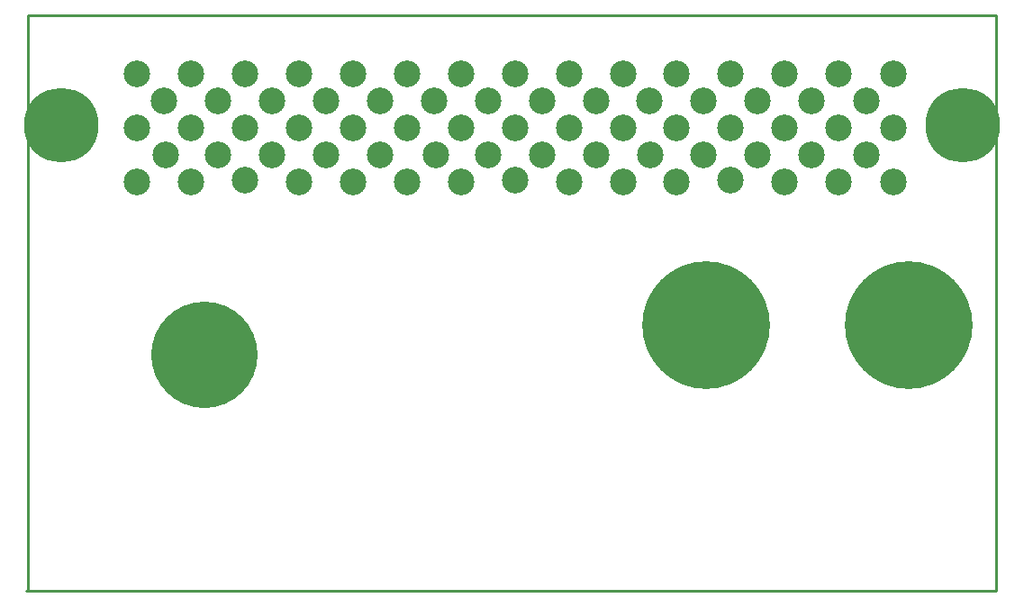
<source format=gtl>
%FSLAX23Y23*%
%MOMM*%
%SFA1B1*%

%IPPOS*%
%ADD10C,11.999976*%
%ADD11C,9.999980*%
%ADD12C,0.250000*%
%ADD13C,2.499995*%
%ADD14C,6.999986*%
%LNoutput_cover-1*%
%LPD*%
G54D10*
X133479Y60199D03*
X114429D03*
G54D11*
X67309Y57399D03*
G54D12*
X50669Y89279D02*
X141729D01*
Y35179D02*
Y89279D01*
X50549Y35179D02*
X141729D01*
X50549D02*
X50669Y35309D01*
Y89279*
G54D13*
X132079Y73659D03*
X129539Y76199D03*
X132079Y78739D03*
X129539Y81279D03*
X132079Y83819D03*
X126869Y73659D03*
X121789D03*
X116709Y73789D03*
X111629Y73659D03*
X124329Y76199D03*
X119249D03*
X114169D03*
X109219D03*
X126869Y78739D03*
X121789D03*
X116709D03*
X111629D03*
X124329Y81279D03*
X119249D03*
X114169D03*
X109089D03*
X126869Y83819D03*
X121789D03*
X116709D03*
X111629D03*
X83819Y76199D03*
Y81279D03*
X106679Y73659D03*
X101599D03*
X96519Y73789D03*
X91439Y73659D03*
X86359D03*
X104139Y76199D03*
X99059D03*
X93979D03*
X89029D03*
X106679Y78739D03*
X101599D03*
X96519D03*
X91439D03*
X86359D03*
X104139Y81279D03*
X99059D03*
X93979D03*
X88899D03*
X106679Y83819D03*
X101599D03*
X96519D03*
X91439D03*
X86359D03*
X81279Y73659D03*
X76199D03*
X71119Y73789D03*
X66039Y73659D03*
X60959D03*
X78739Y76199D03*
X73659D03*
X68579D03*
X63629D03*
X81279Y78739D03*
X76199D03*
X71119D03*
X66039D03*
X60959D03*
X78739Y81279D03*
X73659D03*
X68579D03*
X63499D03*
X81279Y83819D03*
X76199D03*
X71119D03*
X66039D03*
X60959D03*
G54D14*
X138559Y78989D03*
X53849D03*
M02*
</source>
